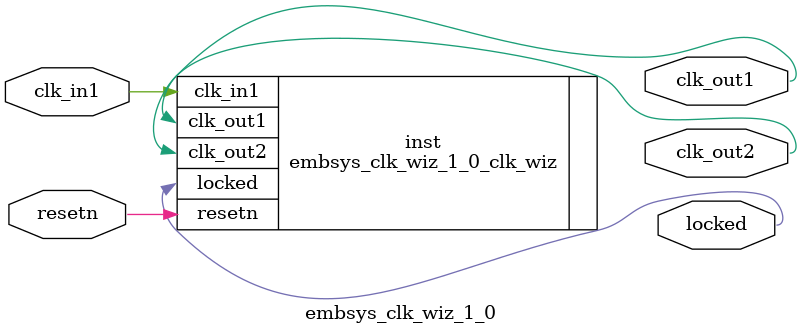
<source format=v>


`timescale 1ps/1ps

(* CORE_GENERATION_INFO = "embsys_clk_wiz_1_0,clk_wiz_v6_0_11_0_0,{component_name=embsys_clk_wiz_1_0,use_phase_alignment=true,use_min_o_jitter=false,use_max_i_jitter=false,use_dyn_phase_shift=false,use_inclk_switchover=false,use_dyn_reconfig=false,enable_axi=0,feedback_source=FDBK_AUTO,PRIMITIVE=MMCM,num_out_clk=2,clkin1_period=10.000,clkin2_period=10.000,use_power_down=false,use_reset=true,use_locked=true,use_inclk_stopped=false,feedback_type=SINGLE,CLOCK_MGR_TYPE=NA,manual_override=false}" *)

module embsys_clk_wiz_1_0 
 (
  // Clock out ports
  output        clk_out1,
  output        clk_out2,
  // Status and control signals
  input         resetn,
  output        locked,
 // Clock in ports
  input         clk_in1
 );

  embsys_clk_wiz_1_0_clk_wiz inst
  (
  // Clock out ports  
  .clk_out1(clk_out1),
  .clk_out2(clk_out2),
  // Status and control signals               
  .resetn(resetn), 
  .locked(locked),
 // Clock in ports
  .clk_in1(clk_in1)
  );

endmodule

</source>
